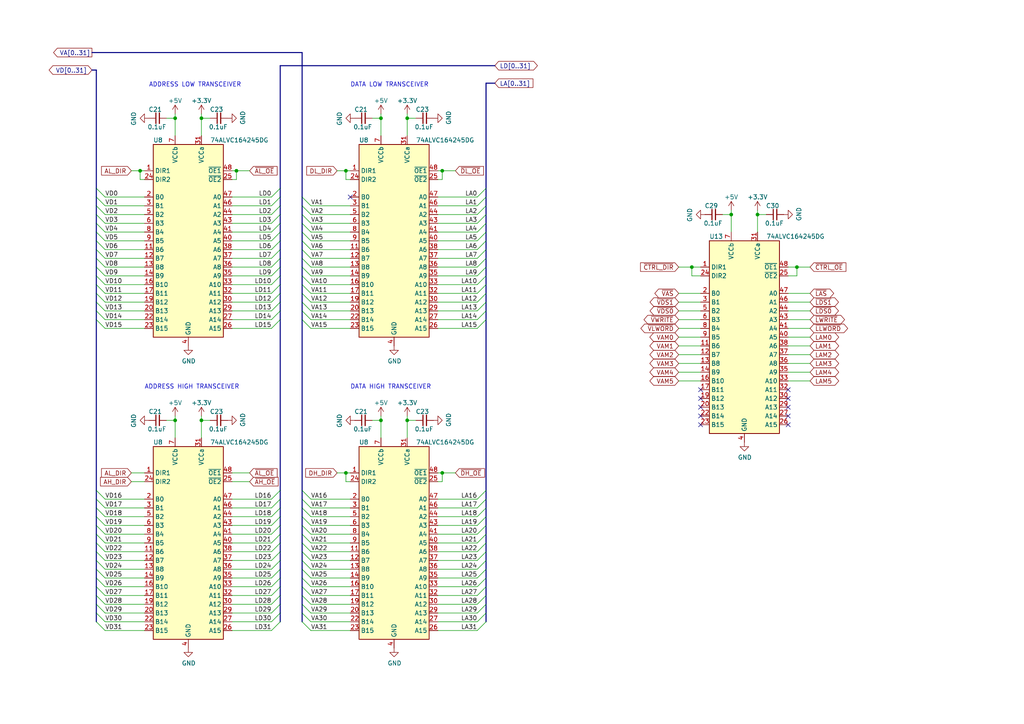
<source format=kicad_sch>
(kicad_sch (version 20230121) (generator eeschema)
  (paper "A4")
  (title_block (title "BigBoy") (rev "1"))
  (junction (at 50.8 34.29))
  (junction (at 58.42 121.92))
  (junction (at 118.11 121.92))
  (junction (at 231.14 77.47))
  (junction (at 110.49 121.92))
  (junction (at 128.27 137.16))
  (junction (at 100.33 49.53))
  (junction (at 128.27 49.53))
  (junction (at 68.58 49.53))
  (junction (at 58.42 34.29))
  (junction (at 110.49 34.29))
  (junction (at 50.8 121.92))
  (junction (at 212.09 62.23))
  (junction (at 100.33 137.16))
  (junction (at 219.71 62.23))
  (junction (at 200.66 77.47))
  (junction (at 118.11 34.29))
  (junction (at 40.64 49.53))
  (no_connect (at 228.6 118.11))
  (no_connect (at 203.2 115.57))
  (no_connect (at 203.2 123.19))
  (no_connect (at 228.6 115.57))
  (no_connect (at 101.6 57.15))
  (no_connect (at 203.2 113.03))
  (no_connect (at 203.2 118.11))
  (no_connect (at 203.2 120.65))
  (no_connect (at 228.6 123.19))
  (no_connect (at 228.6 120.65))
  (no_connect (at 228.6 113.03))
  (bus_entry (at 30.48 72.39) (size -2.54 -2.54))
  (bus_entry (at 90.17 95.25) (size -2.54 -2.54))
  (bus_entry (at 138.43 160.02) (size 2.54 -2.54))
  (bus_entry (at 78.74 175.26) (size 2.54 -2.54))
  (bus_entry (at 78.74 77.47) (size 2.54 -2.54))
  (bus_entry (at 30.48 77.47) (size -2.54 -2.54))
  (bus_entry (at 138.43 82.55) (size 2.54 -2.54))
  (bus_entry (at 78.74 149.86) (size 2.54 -2.54))
  (bus_entry (at 30.48 67.31) (size -2.54 -2.54))
  (bus_entry (at 78.74 177.8) (size 2.54 -2.54))
  (bus_entry (at 78.74 160.02) (size 2.54 -2.54))
  (bus_entry (at 30.48 87.63) (size -2.54 -2.54))
  (bus_entry (at 90.17 62.23) (size -2.54 -2.54))
  (bus_entry (at 78.74 67.31) (size 2.54 -2.54))
  (bus_entry (at 30.48 80.01) (size -2.54 -2.54))
  (bus_entry (at 90.17 167.64) (size -2.54 -2.54))
  (bus_entry (at 78.74 64.77) (size 2.54 -2.54))
  (bus_entry (at 138.43 162.56) (size 2.54 -2.54))
  (bus_entry (at 138.43 154.94) (size 2.54 -2.54))
  (bus_entry (at 90.17 157.48) (size -2.54 -2.54))
  (bus_entry (at 138.43 80.01) (size 2.54 -2.54))
  (bus_entry (at 30.48 62.23) (size -2.54 -2.54))
  (bus_entry (at 138.43 87.63) (size 2.54 -2.54))
  (bus_entry (at 90.17 172.72) (size -2.54 -2.54))
  (bus_entry (at 138.43 182.88) (size 2.54 -2.54))
  (bus_entry (at 30.48 172.72) (size -2.54 -2.54))
  (bus_entry (at 138.43 170.18) (size 2.54 -2.54))
  (bus_entry (at 90.17 152.4) (size -2.54 -2.54))
  (bus_entry (at 78.74 90.17) (size 2.54 -2.54))
  (bus_entry (at 90.17 170.18) (size -2.54 -2.54))
  (bus_entry (at 30.48 149.86) (size -2.54 -2.54))
  (bus_entry (at 90.17 59.69) (size -2.54 -2.54))
  (bus_entry (at 30.48 162.56) (size -2.54 -2.54))
  (bus_entry (at 30.48 177.8) (size -2.54 -2.54))
  (bus_entry (at 78.74 144.78) (size 2.54 -2.54))
  (bus_entry (at 78.74 72.39) (size 2.54 -2.54))
  (bus_entry (at 90.17 149.86) (size -2.54 -2.54))
  (bus_entry (at 138.43 62.23) (size 2.54 -2.54))
  (bus_entry (at 30.48 95.25) (size -2.54 -2.54))
  (bus_entry (at 90.17 64.77) (size -2.54 -2.54))
  (bus_entry (at 90.17 175.26) (size -2.54 -2.54))
  (bus_entry (at 138.43 85.09) (size 2.54 -2.54))
  (bus_entry (at 138.43 64.77) (size 2.54 -2.54))
  (bus_entry (at 90.17 77.47) (size -2.54 -2.54))
  (bus_entry (at 30.48 154.94) (size -2.54 -2.54))
  (bus_entry (at 90.17 69.85) (size -2.54 -2.54))
  (bus_entry (at 138.43 92.71) (size 2.54 -2.54))
  (bus_entry (at 78.74 87.63) (size 2.54 -2.54))
  (bus_entry (at 90.17 177.8) (size -2.54 -2.54))
  (bus_entry (at 90.17 74.93) (size -2.54 -2.54))
  (bus_entry (at 78.74 57.15) (size 2.54 -2.54))
  (bus_entry (at 78.74 80.01) (size 2.54 -2.54))
  (bus_entry (at 30.48 182.88) (size -2.54 -2.54))
  (bus_entry (at 78.74 167.64) (size 2.54 -2.54))
  (bus_entry (at 30.48 180.34) (size -2.54 -2.54))
  (bus_entry (at 138.43 95.25) (size 2.54 -2.54))
  (bus_entry (at 30.48 82.55) (size -2.54 -2.54))
  (bus_entry (at 30.48 69.85) (size -2.54 -2.54))
  (bus_entry (at 78.74 82.55) (size 2.54 -2.54))
  (bus_entry (at 90.17 147.32) (size -2.54 -2.54))
  (bus_entry (at 138.43 59.69) (size 2.54 -2.54))
  (bus_entry (at 90.17 160.02) (size -2.54 -2.54))
  (bus_entry (at 90.17 182.88) (size -2.54 -2.54))
  (bus_entry (at 138.43 74.93) (size 2.54 -2.54))
  (bus_entry (at 78.74 180.34) (size 2.54 -2.54))
  (bus_entry (at 30.48 90.17) (size -2.54 -2.54))
  (bus_entry (at 30.48 170.18) (size -2.54 -2.54))
  (bus_entry (at 138.43 69.85) (size 2.54 -2.54))
  (bus_entry (at 30.48 167.64) (size -2.54 -2.54))
  (bus_entry (at 78.74 172.72) (size 2.54 -2.54))
  (bus_entry (at 30.48 85.09) (size -2.54 -2.54))
  (bus_entry (at 138.43 172.72) (size 2.54 -2.54))
  (bus_entry (at 138.43 177.8) (size 2.54 -2.54))
  (bus_entry (at 138.43 147.32) (size 2.54 -2.54))
  (bus_entry (at 90.17 85.09) (size -2.54 -2.54))
  (bus_entry (at 30.48 165.1) (size -2.54 -2.54))
  (bus_entry (at 90.17 180.34) (size -2.54 -2.54))
  (bus_entry (at 30.48 152.4) (size -2.54 -2.54))
  (bus_entry (at 30.48 74.93) (size -2.54 -2.54))
  (bus_entry (at 138.43 167.64) (size 2.54 -2.54))
  (bus_entry (at 30.48 157.48) (size -2.54 -2.54))
  (bus_entry (at 30.48 59.69) (size -2.54 -2.54))
  (bus_entry (at 138.43 180.34) (size 2.54 -2.54))
  (bus_entry (at 78.74 69.85) (size 2.54 -2.54))
  (bus_entry (at 78.74 85.09) (size 2.54 -2.54))
  (bus_entry (at 90.17 154.94) (size -2.54 -2.54))
  (bus_entry (at 78.74 74.93) (size 2.54 -2.54))
  (bus_entry (at 78.74 147.32) (size 2.54 -2.54))
  (bus_entry (at 138.43 72.39) (size 2.54 -2.54))
  (bus_entry (at 138.43 149.86) (size 2.54 -2.54))
  (bus_entry (at 138.43 152.4) (size 2.54 -2.54))
  (bus_entry (at 30.48 144.78) (size -2.54 -2.54))
  (bus_entry (at 90.17 87.63) (size -2.54 -2.54))
  (bus_entry (at 78.74 92.71) (size 2.54 -2.54))
  (bus_entry (at 138.43 90.17) (size 2.54 -2.54))
  (bus_entry (at 138.43 67.31) (size 2.54 -2.54))
  (bus_entry (at 138.43 57.15) (size 2.54 -2.54))
  (bus_entry (at 138.43 165.1) (size 2.54 -2.54))
  (bus_entry (at 30.48 57.15) (size -2.54 -2.54))
  (bus_entry (at 90.17 144.78) (size -2.54 -2.54))
  (bus_entry (at 78.74 170.18) (size 2.54 -2.54))
  (bus_entry (at 78.74 182.88) (size 2.54 -2.54))
  (bus_entry (at 78.74 162.56) (size 2.54 -2.54))
  (bus_entry (at 90.17 92.71) (size -2.54 -2.54))
  (bus_entry (at 78.74 154.94) (size 2.54 -2.54))
  (bus_entry (at 78.74 165.1) (size 2.54 -2.54))
  (bus_entry (at 90.17 90.17) (size -2.54 -2.54))
  (bus_entry (at 30.48 147.32) (size -2.54 -2.54))
  (bus_entry (at 78.74 62.23) (size 2.54 -2.54))
  (bus_entry (at 138.43 175.26) (size 2.54 -2.54))
  (bus_entry (at 78.74 59.69) (size 2.54 -2.54))
  (bus_entry (at 90.17 165.1) (size -2.54 -2.54))
  (bus_entry (at 78.74 157.48) (size 2.54 -2.54))
  (bus_entry (at 30.48 175.26) (size -2.54 -2.54))
  (bus_entry (at 90.17 162.56) (size -2.54 -2.54))
  (bus_entry (at 78.74 95.25) (size 2.54 -2.54))
  (bus_entry (at 30.48 160.02) (size -2.54 -2.54))
  (bus_entry (at 90.17 80.01) (size -2.54 -2.54))
  (bus_entry (at 30.48 64.77) (size -2.54 -2.54))
  (bus_entry (at 138.43 144.78) (size 2.54 -2.54))
  (bus_entry (at 90.17 72.39) (size -2.54 -2.54))
  (bus_entry (at 138.43 157.48) (size 2.54 -2.54))
  (bus_entry (at 78.74 152.4) (size 2.54 -2.54))
  (bus_entry (at 90.17 67.31) (size -2.54 -2.54))
  (bus_entry (at 30.48 92.71) (size -2.54 -2.54))
  (bus_entry (at 138.43 77.47) (size 2.54 -2.54))
  (bus_entry (at 90.17 82.55) (size -2.54 -2.54))
  (bus (pts (xy 140.97 175.26) (xy 140.97 177.8)))
  (wire (pts (xy 127 157.48) (xy 138.43 157.48)))
  (bus (pts (xy 81.28 64.77) (xy 81.28 67.31)))
  (bus (pts (xy 81.28 152.4) (xy 81.28 154.94)))
  (wire (pts (xy 228.6 85.09) (xy 234.95 85.09)))
  (bus (pts (xy 140.97 172.72) (xy 140.97 175.26)))
  (bus (pts (xy 27.94 77.47) (xy 27.94 80.01)))
  (wire (pts (xy 200.66 80.01) (xy 203.2 80.01)))
  (bus (pts (xy 87.63 172.72) (xy 87.63 175.26)))
  (wire (pts (xy 196.85 107.95) (xy 203.2 107.95)))
  (bus (pts (xy 27.94 165.1) (xy 27.94 167.64)))
  (wire (pts (xy 107.95 121.92) (xy 110.49 121.92)))
  (wire (pts (xy 101.6 52.07) (xy 100.33 52.07)))
  (wire (pts (xy 100.33 49.53) (xy 101.6 49.53)))
  (bus (pts (xy 81.28 77.47) (xy 81.28 80.01)))
  (bus (pts (xy 81.28 172.72) (xy 81.28 175.26)))
  (wire (pts (xy 67.31 177.8) (xy 78.74 177.8)))
  (wire (pts (xy 41.91 175.26) (xy 30.48 175.26)))
  (wire (pts (xy 101.6 180.34) (xy 90.17 180.34)))
  (bus (pts (xy 140.97 24.13) (xy 143.51 24.13)))
  (wire (pts (xy 101.6 72.39) (xy 90.17 72.39)))
  (wire (pts (xy 100.33 139.7) (xy 100.33 137.16)))
  (wire (pts (xy 90.17 172.72) (xy 101.6 172.72)))
  (wire (pts (xy 228.6 90.17) (xy 234.95 90.17)))
  (wire (pts (xy 78.74 165.1) (xy 67.31 165.1)))
  (wire (pts (xy 127 180.34) (xy 138.43 180.34)))
  (wire (pts (xy 127 74.93) (xy 138.43 74.93)))
  (wire (pts (xy 50.8 121.92) (xy 50.8 127)))
  (wire (pts (xy 41.91 149.86) (xy 30.48 149.86)))
  (wire (pts (xy 30.48 172.72) (xy 41.91 172.72)))
  (wire (pts (xy 50.8 120.65) (xy 50.8 121.92)))
  (wire (pts (xy 196.85 90.17) (xy 203.2 90.17)))
  (wire (pts (xy 90.17 64.77) (xy 101.6 64.77)))
  (wire (pts (xy 30.48 85.09) (xy 41.91 85.09)))
  (bus (pts (xy 27.94 157.48) (xy 27.94 160.02)))
  (bus (pts (xy 81.28 165.1) (xy 81.28 167.64)))
  (bus (pts (xy 81.28 57.15) (xy 81.28 59.69)))
  (bus (pts (xy 81.28 92.71) (xy 81.28 142.24)))
  (bus (pts (xy 87.63 62.23) (xy 87.63 64.77)))
  (wire (pts (xy 67.31 49.53) (xy 68.58 49.53)))
  (wire (pts (xy 100.33 52.07) (xy 100.33 49.53)))
  (wire (pts (xy 41.91 67.31) (xy 30.48 67.31)))
  (wire (pts (xy 228.6 97.79) (xy 234.95 97.79)))
  (wire (pts (xy 101.6 162.56) (xy 90.17 162.56)))
  (wire (pts (xy 228.6 92.71) (xy 234.95 92.71)))
  (wire (pts (xy 41.91 62.23) (xy 30.48 62.23)))
  (bus (pts (xy 140.97 54.61) (xy 140.97 57.15)))
  (wire (pts (xy 212.09 60.96) (xy 212.09 62.23)))
  (wire (pts (xy 127 87.63) (xy 138.43 87.63)))
  (wire (pts (xy 101.6 74.93) (xy 90.17 74.93)))
  (bus (pts (xy 87.63 177.8) (xy 87.63 180.34)))
  (wire (pts (xy 110.49 121.92) (xy 110.49 127)))
  (wire (pts (xy 68.58 52.07) (xy 68.58 49.53)))
  (wire (pts (xy 110.49 34.29) (xy 110.49 39.37)))
  (bus (pts (xy 81.28 154.94) (xy 81.28 157.48)))
  (wire (pts (xy 41.91 182.88) (xy 30.48 182.88)))
  (wire (pts (xy 90.17 165.1) (xy 101.6 165.1)))
  (wire (pts (xy 118.11 121.92) (xy 120.65 121.92)))
  (bus (pts (xy 140.97 57.15) (xy 140.97 59.69)))
  (wire (pts (xy 101.6 177.8) (xy 90.17 177.8)))
  (bus (pts (xy 140.97 62.23) (xy 140.97 64.77)))
  (bus (pts (xy 140.97 170.18) (xy 140.97 172.72)))
  (bus (pts (xy 87.63 162.56) (xy 87.63 165.1)))
  (bus (pts (xy 81.28 69.85) (xy 81.28 72.39)))
  (wire (pts (xy 41.91 69.85) (xy 30.48 69.85)))
  (wire (pts (xy 228.6 105.41) (xy 234.95 105.41)))
  (wire (pts (xy 138.43 144.78) (xy 127 144.78)))
  (bus (pts (xy 140.97 82.55) (xy 140.97 85.09)))
  (wire (pts (xy 48.26 34.29) (xy 50.8 34.29)))
  (bus (pts (xy 87.63 160.02) (xy 87.63 162.56)))
  (wire (pts (xy 41.91 59.69) (xy 30.48 59.69)))
  (bus (pts (xy 140.97 77.47) (xy 140.97 80.01)))
  (bus (pts (xy 26.67 15.24) (xy 87.63 15.24)))
  (wire (pts (xy 41.91 167.64) (xy 30.48 167.64)))
  (wire (pts (xy 101.6 87.63) (xy 90.17 87.63)))
  (bus (pts (xy 140.97 167.64) (xy 140.97 170.18)))
  (wire (pts (xy 101.6 59.69) (xy 90.17 59.69)))
  (bus (pts (xy 27.94 64.77) (xy 27.94 67.31)))
  (wire (pts (xy 90.17 144.78) (xy 101.6 144.78)))
  (wire (pts (xy 127 72.39) (xy 138.43 72.39)))
  (bus (pts (xy 27.94 149.86) (xy 27.94 152.4)))
  (wire (pts (xy 50.8 34.29) (xy 50.8 39.37)))
  (bus (pts (xy 27.94 59.69) (xy 27.94 62.23)))
  (bus (pts (xy 87.63 67.31) (xy 87.63 69.85)))
  (bus (pts (xy 87.63 77.47) (xy 87.63 80.01)))
  (wire (pts (xy 67.31 80.01) (xy 78.74 80.01)))
  (bus (pts (xy 81.28 90.17) (xy 81.28 92.71)))
  (wire (pts (xy 38.1 49.53) (xy 40.64 49.53)))
  (bus (pts (xy 140.97 165.1) (xy 140.97 167.64)))
  (bus (pts (xy 87.63 72.39) (xy 87.63 74.93)))
  (bus (pts (xy 27.94 92.71) (xy 27.94 142.24)))
  (wire (pts (xy 101.6 182.88) (xy 90.17 182.88)))
  (bus (pts (xy 140.97 157.48) (xy 140.97 160.02)))
  (bus (pts (xy 81.28 170.18) (xy 81.28 172.72)))
  (bus (pts (xy 87.63 15.24) (xy 87.63 57.15)))
  (wire (pts (xy 228.6 77.47) (xy 231.14 77.47)))
  (wire (pts (xy 127 67.31) (xy 138.43 67.31)))
  (wire (pts (xy 118.11 33.02) (xy 118.11 34.29)))
  (bus (pts (xy 27.94 177.8) (xy 27.94 180.34)))
  (wire (pts (xy 67.31 137.16) (xy 72.39 137.16)))
  (wire (pts (xy 127 170.18) (xy 138.43 170.18)))
  (wire (pts (xy 67.31 92.71) (xy 78.74 92.71)))
  (wire (pts (xy 67.31 180.34) (xy 78.74 180.34)))
  (wire (pts (xy 231.14 77.47) (xy 234.95 77.47)))
  (bus (pts (xy 27.94 167.64) (xy 27.94 170.18)))
  (wire (pts (xy 67.31 59.69) (xy 78.74 59.69)))
  (bus (pts (xy 140.97 85.09) (xy 140.97 87.63)))
  (wire (pts (xy 101.6 147.32) (xy 90.17 147.32)))
  (wire (pts (xy 118.11 34.29) (xy 118.11 39.37)))
  (wire (pts (xy 101.6 92.71) (xy 90.17 92.71)))
  (wire (pts (xy 196.85 87.63) (xy 203.2 87.63)))
  (bus (pts (xy 87.63 90.17) (xy 87.63 92.71)))
  (wire (pts (xy 231.14 80.01) (xy 231.14 77.47)))
  (bus (pts (xy 81.28 175.26) (xy 81.28 177.8)))
  (bus (pts (xy 87.63 165.1) (xy 87.63 167.64)))
  (bus (pts (xy 140.97 92.71) (xy 140.97 142.24)))
  (bus (pts (xy 87.63 157.48) (xy 87.63 160.02)))
  (bus (pts (xy 87.63 57.15) (xy 87.63 59.69)))
  (wire (pts (xy 196.85 97.79) (xy 203.2 97.79)))
  (bus (pts (xy 27.94 160.02) (xy 27.94 162.56)))
  (wire (pts (xy 50.8 33.02) (xy 50.8 34.29)))
  (wire (pts (xy 30.48 165.1) (xy 41.91 165.1)))
  (wire (pts (xy 30.48 57.15) (xy 41.91 57.15)))
  (bus (pts (xy 27.94 82.55) (xy 27.94 85.09)))
  (wire (pts (xy 90.17 85.09) (xy 101.6 85.09)))
  (wire (pts (xy 101.6 149.86) (xy 90.17 149.86)))
  (wire (pts (xy 118.11 120.65) (xy 118.11 121.92)))
  (wire (pts (xy 68.58 49.53) (xy 72.39 49.53)))
  (wire (pts (xy 67.31 167.64) (xy 78.74 167.64)))
  (wire (pts (xy 127 175.26) (xy 138.43 175.26)))
  (bus (pts (xy 140.97 162.56) (xy 140.97 165.1)))
  (wire (pts (xy 58.42 34.29) (xy 58.42 39.37)))
  (wire (pts (xy 41.91 180.34) (xy 30.48 180.34)))
  (wire (pts (xy 41.91 154.94) (xy 30.48 154.94)))
  (bus (pts (xy 27.94 147.32) (xy 27.94 149.86)))
  (wire (pts (xy 127 80.01) (xy 138.43 80.01)))
  (wire (pts (xy 196.85 102.87) (xy 203.2 102.87)))
  (bus (pts (xy 27.94 74.93) (xy 27.94 77.47)))
  (bus (pts (xy 140.97 147.32) (xy 140.97 149.86)))
  (bus (pts (xy 27.94 162.56) (xy 27.94 165.1)))
  (bus (pts (xy 87.63 59.69) (xy 87.63 62.23)))
  (bus (pts (xy 81.28 144.78) (xy 81.28 147.32)))
  (bus (pts (xy 87.63 64.77) (xy 87.63 67.31)))
  (wire (pts (xy 127 162.56) (xy 138.43 162.56)))
  (bus (pts (xy 81.28 142.24) (xy 81.28 144.78)))
  (wire (pts (xy 67.31 160.02) (xy 78.74 160.02)))
  (wire (pts (xy 127 90.17) (xy 138.43 90.17)))
  (wire (pts (xy 30.48 144.78) (xy 41.91 144.78)))
  (bus (pts (xy 81.28 162.56) (xy 81.28 165.1)))
  (wire (pts (xy 90.17 152.4) (xy 101.6 152.4)))
  (bus (pts (xy 81.28 54.61) (xy 81.28 19.05)))
  (wire (pts (xy 78.74 57.15) (xy 67.31 57.15)))
  (bus (pts (xy 87.63 152.4) (xy 87.63 154.94)))
  (wire (pts (xy 228.6 110.49) (xy 234.95 110.49)))
  (wire (pts (xy 97.79 137.16) (xy 100.33 137.16)))
  (wire (pts (xy 58.42 33.02) (xy 58.42 34.29)))
  (wire (pts (xy 41.91 160.02) (xy 30.48 160.02)))
  (wire (pts (xy 138.43 165.1) (xy 127 165.1)))
  (wire (pts (xy 138.43 77.47) (xy 127 77.47)))
  (bus (pts (xy 87.63 170.18) (xy 87.63 172.72)))
  (bus (pts (xy 81.28 72.39) (xy 81.28 74.93)))
  (wire (pts (xy 196.85 77.47) (xy 200.66 77.47)))
  (wire (pts (xy 41.91 52.07) (xy 40.64 52.07)))
  (wire (pts (xy 101.6 95.25) (xy 90.17 95.25)))
  (wire (pts (xy 101.6 69.85) (xy 90.17 69.85)))
  (wire (pts (xy 67.31 95.25) (xy 78.74 95.25)))
  (bus (pts (xy 87.63 154.94) (xy 87.63 157.48)))
  (bus (pts (xy 81.28 59.69) (xy 81.28 62.23)))
  (wire (pts (xy 67.31 154.94) (xy 78.74 154.94)))
  (wire (pts (xy 67.31 72.39) (xy 78.74 72.39)))
  (wire (pts (xy 67.31 90.17) (xy 78.74 90.17)))
  (bus (pts (xy 27.94 87.63) (xy 27.94 90.17)))
  (wire (pts (xy 58.42 121.92) (xy 58.42 127)))
  (wire (pts (xy 219.71 62.23) (xy 222.25 62.23)))
  (wire (pts (xy 101.6 157.48) (xy 90.17 157.48)))
  (wire (pts (xy 67.31 182.88) (xy 78.74 182.88)))
  (wire (pts (xy 67.31 87.63) (xy 78.74 87.63)))
  (bus (pts (xy 140.97 59.69) (xy 140.97 62.23)))
  (wire (pts (xy 78.74 64.77) (xy 67.31 64.77)))
  (wire (pts (xy 67.31 170.18) (xy 78.74 170.18)))
  (bus (pts (xy 87.63 142.24) (xy 87.63 144.78)))
  (bus (pts (xy 81.28 82.55) (xy 81.28 85.09)))
  (bus (pts (xy 140.97 72.39) (xy 140.97 74.93)))
  (wire (pts (xy 41.91 80.01) (xy 30.48 80.01)))
  (bus (pts (xy 140.97 152.4) (xy 140.97 154.94)))
  (wire (pts (xy 228.6 87.63) (xy 234.95 87.63)))
  (wire (pts (xy 127 167.64) (xy 138.43 167.64)))
  (bus (pts (xy 87.63 175.26) (xy 87.63 177.8)))
  (wire (pts (xy 196.85 92.71) (xy 203.2 92.71)))
  (bus (pts (xy 81.28 149.86) (xy 81.28 152.4)))
  (wire (pts (xy 67.31 139.7) (xy 72.39 139.7)))
  (bus (pts (xy 81.28 85.09) (xy 81.28 87.63)))
  (wire (pts (xy 38.1 137.16) (xy 41.91 137.16)))
  (wire (pts (xy 200.66 77.47) (xy 200.66 80.01)))
  (wire (pts (xy 101.6 154.94) (xy 90.17 154.94)))
  (wire (pts (xy 138.43 64.77) (xy 127 64.77)))
  (wire (pts (xy 127 49.53) (xy 128.27 49.53)))
  (bus (pts (xy 27.94 57.15) (xy 27.94 59.69)))
  (wire (pts (xy 196.85 110.49) (xy 203.2 110.49)))
  (bus (pts (xy 81.28 54.61) (xy 81.28 57.15)))
  (bus (pts (xy 27.94 142.24) (xy 27.94 144.78)))
  (bus (pts (xy 27.94 80.01) (xy 27.94 82.55)))
  (wire (pts (xy 101.6 62.23) (xy 90.17 62.23)))
  (wire (pts (xy 67.31 162.56) (xy 78.74 162.56)))
  (bus (pts (xy 87.63 144.78) (xy 87.63 147.32)))
  (wire (pts (xy 101.6 175.26) (xy 90.17 175.26)))
  (wire (pts (xy 41.91 177.8) (xy 30.48 177.8)))
  (bus (pts (xy 140.97 80.01) (xy 140.97 82.55)))
  (wire (pts (xy 196.85 95.25) (xy 203.2 95.25)))
  (wire (pts (xy 41.91 90.17) (xy 30.48 90.17)))
  (bus (pts (xy 27.94 154.94) (xy 27.94 157.48)))
  (bus (pts (xy 27.94 172.72) (xy 27.94 175.26)))
  (wire (pts (xy 127 177.8) (xy 138.43 177.8)))
  (wire (pts (xy 127 59.69) (xy 138.43 59.69)))
  (wire (pts (xy 41.91 95.25) (xy 30.48 95.25)))
  (wire (pts (xy 90.17 77.47) (xy 101.6 77.47)))
  (wire (pts (xy 228.6 102.87) (xy 234.95 102.87)))
  (wire (pts (xy 110.49 120.65) (xy 110.49 121.92)))
  (bus (pts (xy 27.94 175.26) (xy 27.94 177.8)))
  (wire (pts (xy 78.74 152.4) (xy 67.31 152.4)))
  (wire (pts (xy 30.48 152.4) (xy 41.91 152.4)))
  (wire (pts (xy 212.09 62.23) (xy 212.09 67.31)))
  (bus (pts (xy 81.28 147.32) (xy 81.28 149.86)))
  (bus (pts (xy 87.63 82.55) (xy 87.63 85.09)))
  (wire (pts (xy 101.6 160.02) (xy 90.17 160.02)))
  (wire (pts (xy 127 139.7) (xy 128.27 139.7)))
  (wire (pts (xy 100.33 137.16) (xy 101.6 137.16)))
  (bus (pts (xy 81.28 62.23) (xy 81.28 64.77)))
  (bus (pts (xy 140.97 177.8) (xy 140.97 180.34)))
  (wire (pts (xy 101.6 80.01) (xy 90.17 80.01)))
  (bus (pts (xy 81.28 157.48) (xy 81.28 160.02)))
  (wire (pts (xy 127 92.71) (xy 138.43 92.71)))
  (wire (pts (xy 127 52.07) (xy 128.27 52.07)))
  (wire (pts (xy 58.42 121.92) (xy 60.96 121.92)))
  (wire (pts (xy 228.6 80.01) (xy 231.14 80.01)))
  (bus (pts (xy 27.94 85.09) (xy 27.94 87.63)))
  (wire (pts (xy 127 149.86) (xy 138.43 149.86)))
  (bus (pts (xy 140.97 54.61) (xy 140.97 24.13)))
  (wire (pts (xy 138.43 85.09) (xy 127 85.09)))
  (wire (pts (xy 67.31 147.32) (xy 78.74 147.32)))
  (wire (pts (xy 101.6 170.18) (xy 90.17 170.18)))
  (wire (pts (xy 48.26 121.92) (xy 50.8 121.92)))
  (wire (pts (xy 58.42 120.65) (xy 58.42 121.92)))
  (wire (pts (xy 138.43 57.15) (xy 127 57.15)))
  (bus (pts (xy 87.63 87.63) (xy 87.63 90.17)))
  (bus (pts (xy 27.94 69.85) (xy 27.94 72.39)))
  (wire (pts (xy 228.6 95.25) (xy 234.95 95.25)))
  (wire (pts (xy 228.6 100.33) (xy 234.95 100.33)))
  (wire (pts (xy 67.31 52.07) (xy 68.58 52.07)))
  (wire (pts (xy 41.91 170.18) (xy 30.48 170.18)))
  (wire (pts (xy 128.27 139.7) (xy 128.27 137.16)))
  (wire (pts (xy 41.91 74.93) (xy 30.48 74.93)))
  (wire (pts (xy 101.6 139.7) (xy 100.33 139.7)))
  (wire (pts (xy 78.74 77.47) (xy 67.31 77.47)))
  (wire (pts (xy 67.31 149.86) (xy 78.74 149.86)))
  (bus (pts (xy 26.67 20.32) (xy 27.94 20.32)))
  (bus (pts (xy 27.94 170.18) (xy 27.94 172.72)))
  (wire (pts (xy 38.1 139.7) (xy 41.91 139.7)))
  (wire (pts (xy 41.91 157.48) (xy 30.48 157.48)))
  (wire (pts (xy 41.91 72.39) (xy 30.48 72.39)))
  (wire (pts (xy 127 137.16) (xy 128.27 137.16)))
  (wire (pts (xy 127 62.23) (xy 138.43 62.23)))
  (bus (pts (xy 27.94 67.31) (xy 27.94 69.85)))
  (bus (pts (xy 140.97 160.02) (xy 140.97 162.56)))
  (wire (pts (xy 127 147.32) (xy 138.43 147.32)))
  (bus (pts (xy 140.97 87.63) (xy 140.97 90.17)))
  (bus (pts (xy 81.28 67.31) (xy 81.28 69.85)))
  (wire (pts (xy 228.6 107.95) (xy 234.95 107.95)))
  (wire (pts (xy 67.31 67.31) (xy 78.74 67.31)))
  (bus (pts (xy 81.28 80.01) (xy 81.28 82.55)))
  (wire (pts (xy 41.91 82.55) (xy 30.48 82.55)))
  (bus (pts (xy 27.94 20.32) (xy 27.94 54.61)))
  (bus (pts (xy 87.63 167.64) (xy 87.63 170.18)))
  (wire (pts (xy 219.71 60.96) (xy 219.71 62.23)))
  (bus (pts (xy 81.28 160.02) (xy 81.28 162.56)))
  (wire (pts (xy 67.31 157.48) (xy 78.74 157.48)))
  (bus (pts (xy 81.28 177.8) (xy 81.28 180.34)))
  (wire (pts (xy 127 69.85) (xy 138.43 69.85)))
  (bus (pts (xy 140.97 154.94) (xy 140.97 157.48)))
  (wire (pts (xy 41.91 162.56) (xy 30.48 162.56)))
  (wire (pts (xy 118.11 34.29) (xy 120.65 34.29)))
  (wire (pts (xy 67.31 175.26) (xy 78.74 175.26)))
  (wire (pts (xy 118.11 121.92) (xy 118.11 127)))
  (bus (pts (xy 140.97 74.93) (xy 140.97 77.47)))
  (wire (pts (xy 30.48 77.47) (xy 41.91 77.47)))
  (bus (pts (xy 87.63 74.93) (xy 87.63 77.47)))
  (wire (pts (xy 101.6 167.64) (xy 90.17 167.64)))
  (wire (pts (xy 127 82.55) (xy 138.43 82.55)))
  (wire (pts (xy 40.64 49.53) (xy 41.91 49.53)))
  (wire (pts (xy 196.85 85.09) (xy 203.2 85.09)))
  (wire (pts (xy 127 160.02) (xy 138.43 160.02)))
  (wire (pts (xy 78.74 172.72) (xy 67.31 172.72)))
  (wire (pts (xy 110.49 33.02) (xy 110.49 34.29)))
  (wire (pts (xy 138.43 152.4) (xy 127 152.4)))
  (bus (pts (xy 27.94 62.23) (xy 27.94 64.77)))
  (wire (pts (xy 138.43 172.72) (xy 127 172.72)))
  (bus (pts (xy 140.97 64.77) (xy 140.97 67.31)))
  (wire (pts (xy 196.85 100.33) (xy 203.2 100.33)))
  (bus (pts (xy 140.97 144.78) (xy 140.97 147.32)))
  (wire (pts (xy 78.74 144.78) (xy 67.31 144.78)))
  (bus (pts (xy 87.63 147.32) (xy 87.63 149.86)))
  (wire (pts (xy 97.79 49.53) (xy 100.33 49.53)))
  (wire (pts (xy 67.31 74.93) (xy 78.74 74.93)))
  (bus (pts (xy 27.94 144.78) (xy 27.94 147.32)))
  (bus (pts (xy 140.97 149.86) (xy 140.97 152.4)))
  (bus (pts (xy 140.97 67.31) (xy 140.97 69.85)))
  (wire (pts (xy 128.27 137.16) (xy 132.08 137.16)))
  (bus (pts (xy 27.94 90.17) (xy 27.94 92.71)))
  (wire (pts (xy 41.91 92.71) (xy 30.48 92.71)))
  (bus (pts (xy 81.28 87.63) (xy 81.28 90.17)))
  (wire (pts (xy 128.27 52.07) (xy 128.27 49.53)))
  (wire (pts (xy 128.27 49.53) (xy 132.08 49.53)))
  (wire (pts (xy 67.31 69.85) (xy 78.74 69.85)))
  (bus (pts (xy 27.94 54.61) (xy 27.94 57.15)))
  (wire (pts (xy 219.71 62.23) (xy 219.71 67.31)))
  (wire (pts (xy 127 95.25) (xy 138.43 95.25)))
  (wire (pts (xy 209.55 62.23) (xy 212.09 62.23)))
  (wire (pts (xy 101.6 82.55) (xy 90.17 82.55)))
  (wire (pts (xy 200.66 77.47) (xy 203.2 77.47)))
  (bus (pts (xy 87.63 69.85) (xy 87.63 72.39)))
  (wire (pts (xy 127 154.94) (xy 138.43 154.94)))
  (bus (pts (xy 87.63 92.71) (xy 87.63 142.24)))
  (bus (pts (xy 81.28 167.64) (xy 81.28 170.18)))
  (bus (pts (xy 81.28 74.93) (xy 81.28 77.47)))
  (bus (pts (xy 87.63 80.01) (xy 87.63 82.55)))
  (wire (pts (xy 41.91 87.63) (xy 30.48 87.63)))
  (bus (pts (xy 87.63 149.86) (xy 87.63 152.4)))
  (bus (pts (xy 27.94 72.39) (xy 27.94 74.93)))
  (wire (pts (xy 58.42 34.29) (xy 60.96 34.29)))
  (wire (pts (xy 67.31 62.23) (xy 78.74 62.23)))
  (bus (pts (xy 27.94 152.4) (xy 27.94 154.94)))
  (wire (pts (xy 78.74 85.09) (xy 67.31 85.09)))
  (bus (pts (xy 140.97 69.85) (xy 140.97 72.39)))
  (wire (pts (xy 101.6 67.31) (xy 90.17 67.31)))
  (bus (pts (xy 81.28 19.05) (xy 143.51 19.05)))
  (wire (pts (xy 30.48 64.77) (xy 41.91 64.77)))
  (wire (pts (xy 196.85 105.41) (xy 203.2 105.41)))
  (bus (pts (xy 87.63 85.09) (xy 87.63 87.63)))
  (wire (pts (xy 67.31 82.55) (xy 78.74 82.55)))
  (wire (pts (xy 107.95 34.29) (xy 110.49 34.29)))
  (bus (pts (xy 140.97 90.17) (xy 140.97 92.71)))
  (wire (pts (xy 40.64 52.07) (xy 40.64 49.53)))
  (wire (pts (xy 127 182.88) (xy 138.43 182.88)))
  (wire (pts (xy 41.91 147.32) (xy 30.48 147.32)))
  (wire (pts (xy 101.6 90.17) (xy 90.17 90.17)))
  (bus (pts (xy 140.97 142.24) (xy 140.97 144.78)))
  (text "ADDRESS HIGH TRANSCEIVER\n" (at 41.91 113.03 0) (effects (font (size 1.27 1.27)) (justify left bottom)))
  (text "ADDRESS LOW TRANSCEIVER\n" (at 43.18 25.4 0) (effects (font (size 1.27 1.27)) (justify left bottom)))
  (text "DATA LOW TRANSCEIVER\n" (at 101.6 25.4 0) (effects (font (size 1.27 1.27)) (justify left bottom)))
  (text "DATA HIGH TRANSCEIVER\n" (at 101.6 113.03 0) (effects (font (size 1.27 1.27)) (justify left bottom)))
  (label "VD20" (at 30.48 154.94 0))
  (label "LA20" (at 138.43 154.94 180))
  (label "VD17" (at 30.48 147.32 0))
  (label "LD28" (at 78.74 175.26 180))
  (label "VA15" (at 90.17 95.25 0))
  (label "VA11" (at 90.17 85.09 0))
  (label "LA18" (at 138.43 149.86 180))
  (label "VD22" (at 30.48 160.02 0))
  (label "LA6" (at 138.43 72.39 180))
  (label "VA9" (at 90.17 80.01 0))
  (label "VA29" (at 90.17 177.8 0))
  (label "VD29" (at 30.48 177.8 0))
  (label "VA10" (at 90.17 82.55 0))
  (label "VD27" (at 30.48 172.72 0))
  (label "LD25" (at 78.74 167.64 180))
  (label "LD21" (at 78.74 157.48 180))
  (label "LD8" (at 78.74 77.47 180))
  (label "VD9" (at 30.48 80.01 0))
  (label "LA14" (at 138.43 92.71 180))
  (label "LA1" (at 138.43 59.69 180))
  (label "LD2" (at 78.74 62.23 180))
  (label "VA4" (at 90.17 67.31 0))
  (label "LD15" (at 78.74 95.25 180))
  (label "VD30" (at 30.48 180.34 0))
  (label "VA27" (at 90.17 172.72 0))
  (label "LA31" (at 138.43 182.88 180))
  (label "LA26" (at 138.43 170.18 180))
  (label "LD13" (at 78.74 90.17 180))
  (label "VA3" (at 90.17 64.77 0))
  (label "LA17" (at 138.43 147.32 180))
  (label "VD31" (at 30.48 182.88 0))
  (label "LD11" (at 78.74 85.09 180))
  (label "LA8" (at 138.43 77.47 180))
  (label "VA14" (at 90.17 92.71 0))
  (label "VA19" (at 90.17 152.4 0))
  (label "LA12" (at 138.43 87.63 180))
  (label "LD19" (at 78.74 152.4 180))
  (label "VA21" (at 90.17 157.48 0))
  (label "VA8" (at 90.17 77.47 0))
  (label "VD8" (at 30.48 77.47 0))
  (label "VA26" (at 90.17 170.18 0))
  (label "VA20" (at 90.17 154.94 0))
  (label "LD16" (at 78.74 144.78 180))
  (label "LD20" (at 78.74 154.94 180))
  (label "VA18" (at 90.17 149.86 0))
  (label "VD12" (at 30.48 87.63 0))
  (label "LD1" (at 78.74 59.69 180))
  (label "VA31" (at 90.17 182.88 0))
  (label "LA21" (at 138.43 157.48 180))
  (label "LA11" (at 138.43 85.09 180))
  (label "VA6" (at 90.17 72.39 0))
  (label "VD4" (at 30.48 67.31 0))
  (label "VD26" (at 30.48 170.18 0))
  (label "VD3" (at 30.48 64.77 0))
  (label "LD22" (at 78.74 160.02 180))
  (label "LA4" (at 138.43 67.31 180))
  (label "VD21" (at 30.48 157.48 0))
  (label "LA28" (at 138.43 175.26 180))
  (label "VD23" (at 30.48 162.56 0))
  (label "VD0" (at 30.48 57.15 0))
  (label "LD18" (at 78.74 149.86 180))
  (label "LA15" (at 138.43 95.25 180))
  (label "VA16" (at 90.17 144.78 0))
  (label "VD1" (at 30.48 59.69 0))
  (label "LA25" (at 138.43 167.64 180))
  (label "LA7" (at 138.43 74.93 180))
  (label "VA2" (at 90.17 62.23 0))
  (label "LA30" (at 138.43 180.34 180))
  (label "LD31" (at 78.74 182.88 180))
  (label "VD15" (at 30.48 95.25 0))
  (label "VD19" (at 30.48 152.4 0))
  (label "VD13" (at 30.48 90.17 0))
  (label "LA23" (at 138.43 162.56 180))
  (label "LD17" (at 78.74 147.32 180))
  (label "LD26" (at 78.74 170.18 180))
  (label "VA23" (at 90.17 162.56 0))
  (label "LA2" (at 138.43 62.23 180))
  (label "VD25" (at 30.48 167.64 0))
  (label "VD28" (at 30.48 175.26 0))
  (label "VD14" (at 30.48 92.71 0))
  (label "LA27" (at 138.43 172.72 180))
  (label "VA13" (at 90.17 90.17 0))
  (label "LA16" (at 138.43 144.78 180))
  (label "VD18" (at 30.48 149.86 0))
  (label "LA24" (at 138.43 165.1 180))
  (label "VD11" (at 30.48 85.09 0))
  (label "LD12" (at 78.74 87.63 180))
  (label "LA19" (at 138.43 152.4 180))
  (label "VD7" (at 30.48 74.93 0))
  (label "VA24" (at 90.17 165.1 0))
  (label "LA10" (at 138.43 82.55 180))
  (label "LD3" (at 78.74 64.77 180))
  (label "LD5" (at 78.74 69.85 180))
  (label "VA28" (at 90.17 175.26 0))
  (label "LA22" (at 138.43 160.02 180))
  (label "VA17" (at 90.17 147.32 0))
  (label "VD10" (at 30.48 82.55 0))
  (label "LD23" (at 78.74 162.56 180))
  (label "LD10" (at 78.74 82.55 180))
  (label "LD0" (at 78.74 57.15 180))
  (label "LD30" (at 78.74 180.34 180))
  (label "LD14" (at 78.74 92.71 180))
  (label "LA13" (at 138.43 90.17 180))
  (label "LD9" (at 78.74 80.01 180))
  (label "VD2" (at 30.48 62.23 0))
  (label "LD4" (at 78.74 67.31 180))
  (label "LD27" (at 78.74 172.72 180))
  (label "LD29" (at 78.74 177.8 180))
  (label "VD5" (at 30.48 69.85 0))
  (label "VA5" (at 90.17 69.85 0))
  (label "VA7" (at 90.17 74.93 0))
  (label "LD6" (at 78.74 72.39 180))
  (label "VD6" (at 30.48 72.39 0))
  (label "VD24" (at 30.48 165.1 0))
  (label "LA0" (at 138.43 57.15 180))
  (label "VA1" (at 90.17 59.69 0))
  (label "LA3" (at 138.43 64.77 180))
  (label "LD24" (at 78.74 165.1 180))
  (label "VA25" (at 90.17 167.64 0))
  (label "LA5" (at 138.43 69.85 180))
  (label "LA9" (at 138.43 80.01 180))
  (label "LD7" (at 78.74 74.93 180))
  (label "VA22" (at 90.17 160.02 0))
  (label "VA30" (at 90.17 180.34 0))
  (label "VD16" (at 30.48 144.78 0))
  (label "LA29" (at 138.43 177.8 180))
  (label "VA12" (at 90.17 87.63 0))
  (global_label "~{LAS}" (shape bidirectional) (at 234.95 85.09 0) (property "Intersheetrefs" "${INTERSHEET_REFS}" (effects hide)))
  (global_label "VAM3" (shape bidirectional) (at 196.85 105.41 180) (property "Intersheetrefs" "${INTERSHEET_REFS}" (effects hide)))
  (global_label "LD[0..31]" (shape bidirectional) (at 143.51 19.05 0) (property "Intersheetrefs" "${INTERSHEET_REFS}" (effects hide)))
  (global_label "~{VDS1}" (shape bidirectional) (at 196.85 87.63 180) (property "Intersheetrefs" "${INTERSHEET_REFS}" (effects hide)))
  (global_label "VD[0..31]" (shape bidirectional) (at 26.67 20.32 180) (property "Intersheetrefs" "${INTERSHEET_REFS}" (effects hide)))
  (global_label "LA[0..31]" (shape input) (at 143.51 24.13 0) (property "Intersheetrefs" "${INTERSHEET_REFS}" (effects hide)))
  (global_label "LAM5" (shape bidirectional) (at 234.95 110.49 0) (property "Intersheetrefs" "${INTERSHEET_REFS}" (effects hide)))
  (global_label "VAM2" (shape bidirectional) (at 196.85 102.87 180) (property "Intersheetrefs" "${INTERSHEET_REFS}" (effects hide)))
  (global_label "VAM1" (shape bidirectional) (at 196.85 100.33 180) (property "Intersheetrefs" "${INTERSHEET_REFS}" (effects hide)))
  (global_label "~{CTRL_OE}" (shape input) (at 234.95 77.47 0) (property "Intersheetrefs" "${INTERSHEET_REFS}" (effects hide)))
  (global_label "~{DH_OE}" (shape input) (at 132.08 137.16 0) (property "Intersheetrefs" "${INTERSHEET_REFS}" (effects hide)))
  (global_label "AL_DIR" (shape input) (at 38.1 137.16 180) (property "Intersheetrefs" "${INTERSHEET_REFS}" (effects hide)))
  (global_label "LAM1" (shape bidirectional) (at 234.95 100.33 0) (property "Intersheetrefs" "${INTERSHEET_REFS}" (effects hide)))
  (global_label "~{LDS0}" (shape bidirectional) (at 234.95 90.17 0) (property "Intersheetrefs" "${INTERSHEET_REFS}" (effects hide)))
  (global_label "~{CTRL_DIR}" (shape input) (at 196.85 77.47 180) (property "Intersheetrefs" "${INTERSHEET_REFS}" (effects hide)))
  (global_label "LAM3" (shape bidirectional) (at 234.95 105.41 0) (property "Intersheetrefs" "${INTERSHEET_REFS}" (effects hide)))
  (global_label "DH_DIR" (shape input) (at 97.79 137.16 180) (property "Intersheetrefs" "${INTERSHEET_REFS}" (effects hide)))
  (global_label "~{LWRITE}" (shape bidirectional) (at 234.95 92.71 0) (property "Intersheetrefs" "${INTERSHEET_REFS}" (effects hide)))
  (global_label "LAM2" (shape bidirectional) (at 234.95 102.87 0) (property "Intersheetrefs" "${INTERSHEET_REFS}" (effects hide)))
  (global_label "~{VAS}" (shape bidirectional) (at 196.85 85.09 180) (property "Intersheetrefs" "${INTERSHEET_REFS}" (effects hide)))
  (global_label "~{AH_OE}" (shape input) (at 72.39 139.7 0) (property "Intersheetrefs" "${INTERSHEET_REFS}" (effects hide)))
  (global_label "VAM5" (shape bidirectional) (at 196.85 110.49 180) (property "Intersheetrefs" "${INTERSHEET_REFS}" (effects hide)))
  (global_label "VAM0" (shape bidirectional) (at 196.85 97.79 180) (property "Intersheetrefs" "${INTERSHEET_REFS}" (effects hide)))
  (global_label "~{VWRITE}" (shape bidirectional) (at 196.85 92.71 180) (property "Intersheetrefs" "${INTERSHEET_REFS}" (effects hide)))
  (global_label "~{VDS0}" (shape bidirectional) (at 196.85 90.17 180) (property "Intersheetrefs" "${INTERSHEET_REFS}" (effects hide)))
  (global_label "~{LLWORD}" (shape bidirectional) (at 234.95 95.25 0) (property "Intersheetrefs" "${INTERSHEET_REFS}" (effects hide)))
  (global_label "~{AL_OE}" (shape input) (at 72.39 137.16 0) (property "Intersheetrefs" "${INTERSHEET_REFS}" (effects hide)))
  (global_label "~{LDS1}" (shape bidirectional) (at 234.95 87.63 0) (property "Intersheetrefs" "${INTERSHEET_REFS}" (effects hide)))
  (global_label "DL_DIR" (shape input) (at 97.79 49.53 180) (property "Intersheetrefs" "${INTERSHEET_REFS}" (effects hide)))
  (global_label "LAM0" (shape bidirectional) (at 234.95 97.79 0) (property "Intersheetrefs" "${INTERSHEET_REFS}" (effects hide)))
  (global_label "VA[0..31]" (shape output) (at 26.67 15.24 180) (property "Intersheetrefs" "${INTERSHEET_REFS}" (effects hide)))
  (global_label "~{VLWORD}" (shape bidirectional) (at 196.85 95.25 180) (property "Intersheetrefs" "${INTERSHEET_REFS}" (effects hide)))
  (global_label "~{AL_OE}" (shape input) (at 72.39 49.53 0) (property "Intersheetrefs" "${INTERSHEET_REFS}" (effects hide)))
  (global_label "LAM4" (shape bidirectional) (at 234.95 107.95 0) (property "Intersheetrefs" "${INTERSHEET_REFS}" (effects hide)))
  (global_label "AL_DIR" (shape input) (at 38.1 49.53 180) (property "Intersheetrefs" "${INTERSHEET_REFS}" (effects hide)))
  (global_label "AH_DIR" (shape input) (at 38.1 139.7 180) (property "Intersheetrefs" "${INTERSHEET_REFS}" (effects hide)))
  (global_label "VAM4" (shape bidirectional) (at 196.85 107.95 180) (property "Intersheetrefs" "${INTERSHEET_REFS}" (effects hide)))
  (global_label "~{DL_OE}" (shape input) (at 132.08 49.53 0) (property "Intersheetrefs" "${INTERSHEET_REFS}" (effects hide)))
  (symbol (lib_id "power:+3.3V") (at 219.71 60.96 0) (unit 1)
    (property "Reference" "#PWR094" (effects hide))
    (property "Value" "+3.3V" (at 219.71 57.15 0))
    (instances (project "Fidget" (path "" (reference "#PWR094") (unit 1))) (project "BigBoy" (path "" (reference "#PWR093") (unit 1))))
  )
  (symbol (lib_id "power:+3.3V") (at 118.11 120.65 0) (unit 1)
    (property "Reference" "#PWR075" (effects hide))
    (property "Value" "+3.3V" (at 118.11 116.84 0))
    (instances (project "LevelShifting" (path "" (reference "#PWR075") (unit 1))) (project "Fidget" (path "" (reference "#PWR075") (unit 1))) (project "BigBoy" (path "" (reference "#PWR087") (unit 1))))
  )
  (symbol (lib_id "Device:C_Small") (at 45.72 34.29 90) (unit 1)
    (property "Reference" "C21" (at 46.99 31.75 90) (effects (justify left)))
    (property "Value" "0.1uF" (at 48.26 36.83 90) (effects (justify left)))
    (property "Footprint" "Capacitor_SMD:C_0805_2012Metric_Pad1.18x1.45mm_HandSolder" (effects hide))
    (instances (project "LevelShifting" (path "" (reference "C21") (unit 1))) (project "Fidget" (path "" (reference "C21") (unit 1))) (project "BigBoy" (path "" (reference "C35") (unit 1))))
  )
  (symbol (lib_id "Device:C_Small") (at 45.72 121.92 90) (unit 1)
    (property "Reference" "C21" (at 46.99 119.38 90) (effects (justify left)))
    (property "Value" "0.1uF" (at 48.26 124.46 90) (effects (justify left)))
    (property "Footprint" "Capacitor_SMD:C_0805_2012Metric_Pad1.18x1.45mm_HandSolder" (effects hide))
    (instances (project "LevelShifting" (path "" (reference "C21") (unit 1))) (project "Fidget" (path "" (reference "C21") (unit 1))) (project "BigBoy" (path "" (reference "C36") (unit 1))))
  )
  (symbol (lib_id "Computie_Transceivers:74ALVC16245DG") (at 215.9 97.79 0) (unit 1)
    (property "Reference" "U13" (at 205.74 68.58 0) (effects (justify left)))
    (property "Value" "74ALVC164245DG" (at 222.25 68.58 0) (effects (justify left)))
    (property "Footprint" "Computie_SMT:TSSOP-48_6.1x12.5mm_P0.5mm" (effects hide))
    (property "Datasheet" "https://assets.nexperia.com/documents/data-sheet/74ALVC164245.pdf" (effects hide))
    (instances (project "Fidget" (path "" (reference "U13") (unit 1))) (project "BigBoy" (path "" (reference "U9") (unit 1))))
  )
  (symbol (lib_id "power:+5V") (at 50.8 120.65 0) (unit 1)
    (property "Reference" "#PWR081" (effects hide))
    (property "Value" "+5V" (at 50.8 116.84 0))
    (instances (project "BigBoy" (path "" (reference "#PWR081") (unit 1)) (path "" (reference "#PWR012") (unit 1)) (path "" (reference "#PWR073") (unit 1))) (project "k30-SBC" (path "" (reference "#PWR042") (unit 1))))
  )
  (symbol (lib_id "power:GND") (at 114.3 187.96 0) (unit 1)
    (property "Reference" "#PWR032" (effects hide))
    (property "Value" "GND" (at 114.427 192.3542 0))
  )
  (symbol (lib_id "power:GND") (at 114.3 100.33 0) (unit 1)
    (property "Reference" "#PWR032" (effects hide))
    (property "Value" "GND" (at 114.427 104.7242 0))
  )
  (symbol (lib_id "power:GND") (at 125.73 121.92 90) (unit 1)
    (property "Reference" "#PWR077" (effects hide))
    (property "Value" "GND" (at 130.1242 121.793 0))
    (instances (project "LevelShifting" (path "" (reference "#PWR077") (unit 1))) (project "Fidget" (path "" (reference "#PWR077") (unit 1))) (project "BigBoy" (path "" (reference "#PWR089") (unit 1))))
  )
  (symbol (lib_id "power:GND") (at 43.18 121.92 270) (unit 1)
    (property "Reference" "#PWR069" (effects hide))
    (property "Value" "GND" (at 38.7858 122.047 0))
    (instances (project "LevelShifting" (path "" (reference "#PWR069") (unit 1))) (project "Fidget" (path "" (reference "#PWR069") (unit 1))) (project "BigBoy" (path "" (reference "#PWR071") (unit 1))))
  )
  (symbol (lib_id "Device:C_Small") (at 63.5 34.29 90) (unit 1)
    (property "Reference" "C23" (at 64.77 31.75 90) (effects (justify left)))
    (property "Value" "0.1uF" (at 66.04 36.83 90) (effects (justify left)))
    (property "Footprint" "Capacitor_SMD:C_0805_2012Metric_Pad1.18x1.45mm_HandSolder" (effects hide))
    (instances (project "LevelShifting" (path "" (reference "C23") (unit 1))) (project "Fidget" (path "" (reference "C23") (unit 1))) (project "BigBoy" (path "" (reference "C37") (unit 1))))
  )
  (symbol (lib_id "Device:C_Small") (at 207.01 62.23 90) (unit 1)
    (property "Reference" "C29" (at 208.28 59.69 90) (effects (justify left)))
    (property "Value" "0.1uF" (at 209.55 64.77 90) (effects (justify left)))
    (property "Footprint" "Capacitor_SMD:C_0805_2012Metric_Pad1.18x1.45mm_HandSolder" (effects hide))
    (instances (project "Fidget" (path "" (reference "C29") (unit 1))) (project "BigBoy" (path "" (reference "C43") (unit 1))))
  )
  (symbol (lib_id "power:+5V") (at 50.8 33.02 0) (unit 1)
    (property "Reference" "#PWR081" (effects hide))
    (property "Value" "+5V" (at 50.8 29.21 0))
    (instances (project "BigBoy" (path "" (reference "#PWR081") (unit 1)) (path "" (reference "#PWR012") (unit 1)) (path "" (reference "#PWR072") (unit 1))) (project "k30-SBC" (path "" (reference "#PWR042") (unit 1))))
  )
  (symbol (lib_id "Device:C_Small") (at 123.19 34.29 90) (unit 1)
    (property "Reference" "C23" (at 124.46 31.75 90) (effects (justify left)))
    (property "Value" "0.1uF" (at 125.73 36.83 90) (effects (justify left)))
    (property "Footprint" "Capacitor_SMD:C_0805_2012Metric_Pad1.18x1.45mm_HandSolder" (effects hide))
    (instances (project "LevelShifting" (path "" (reference "C23") (unit 1))) (project "Fidget" (path "" (reference "C23") (unit 1))) (project "BigBoy" (path "" (reference "C41") (unit 1))))
  )
  (symbol (lib_id "power:GND") (at 66.04 34.29 90) (unit 1)
    (property "Reference" "#PWR077" (effects hide))
    (property "Value" "GND" (at 70.4342 34.163 0))
    (instances (project "LevelShifting" (path "" (reference "#PWR077") (unit 1))) (project "Fidget" (path "" (reference "#PWR077") (unit 1))) (project "BigBoy" (path "" (reference "#PWR078") (unit 1))))
  )
  (symbol (lib_id "power:+3.3V") (at 118.11 33.02 0) (unit 1)
    (property "Reference" "#PWR075" (effects hide))
    (property "Value" "+3.3V" (at 118.11 29.21 0))
    (instances (project "LevelShifting" (path "" (reference "#PWR075") (unit 1))) (project "Fidget" (path "" (reference "#PWR075") (unit 1))) (project "BigBoy" (path "" (reference "#PWR086") (unit 1))))
  )
  (symbol (lib_id "Device:C_Small") (at 123.19 121.92 90) (unit 1)
    (property "Reference" "C23" (at 124.46 119.38 90) (effects (justify left)))
    (property "Value" "0.1uF" (at 125.73 124.46 90) (effects (justify left)))
    (property "Footprint" "Capacitor_SMD:C_0805_2012Metric_Pad1.18x1.45mm_HandSolder" (effects hide))
    (instances (project "LevelShifting" (path "" (reference "C23") (unit 1))) (project "Fidget" (path "" (reference "C23") (unit 1))) (project "BigBoy" (path "" (reference "C42") (unit 1))))
  )
  (symbol (lib_id "power:+3.3V") (at 58.42 120.65 0) (unit 1)
    (property "Reference" "#PWR075" (effects hide))
    (property "Value" "+3.3V" (at 58.42 116.84 0))
    (instances (project "LevelShifting" (path "" (reference "#PWR075") (unit 1))) (project "Fidget" (path "" (reference "#PWR075") (unit 1))) (project "BigBoy" (path "" (reference "#PWR077") (unit 1))))
  )
  (symbol (lib_id "Computie_Transceivers:74ALVC16245DG") (at 54.61 69.85 0) (unit 1)
    (property "Reference" "U8" (at 44.45 40.64 0) (effects (justify left)))
    (property "Value" "74ALVC164245DG" (at 60.96 40.64 0) (effects (justify left)))
    (property "Footprint" "Computie_SMT:TSSOP-48_6.1x12.5mm_P0.5mm" (effects hide))
    (property "Datasheet" "https://assets.nexperia.com/documents/data-sheet/74ALVC164245.pdf" (effects hide))
    (instances (project "LevelShifting" (path "" (reference "U8") (unit 1))) (project "Fidget" (path "" (reference "U8") (unit 1))) (project "BigBoy" (path "" (reference "U5") (unit 1))))
  )
  (symbol (lib_id "power:GND") (at 227.33 62.23 90) (unit 1)
    (property "Reference" "#PWR095" (effects hide))
    (property "Value" "GND" (at 231.7242 62.103 0))
    (instances (project "Fidget" (path "" (reference "#PWR095") (unit 1))) (project "BigBoy" (path "" (reference "#PWR094") (unit 1))))
  )
  (symbol (lib_id "power:GND") (at 125.73 34.29 90) (unit 1)
    (property "Reference" "#PWR077" (effects hide))
    (property "Value" "GND" (at 130.1242 34.163 0))
    (instances (project "LevelShifting" (path "" (reference "#PWR077") (unit 1))) (project "Fidget" (path "" (reference "#PWR077") (unit 1))) (project "BigBoy" (path "" (reference "#PWR088") (unit 1))))
  )
  (symbol (lib_id "power:GND") (at 54.61 100.33 0) (unit 1)
    (property "Reference" "#PWR032" (effects hide))
    (property "Value" "GND" (at 54.737 104.7242 0))
  )
  (symbol (lib_id "power:+3.3V") (at 58.42 33.02 0) (unit 1)
    (property "Reference" "#PWR075" (effects hide))
    (property "Value" "+3.3V" (at 58.42 29.21 0))
    (instances (project "LevelShifting" (path "" (reference "#PWR075") (unit 1))) (project "Fidget" (path "" (reference "#PWR075") (unit 1))) (project "BigBoy" (path "" (reference "#PWR076") (unit 1))))
  )
  (symbol (lib_id "power:+5V") (at 110.49 120.65 0) (unit 1)
    (property "Reference" "#PWR081" (effects hide))
    (property "Value" "+5V" (at 110.49 116.84 0))
    (instances (project "BigBoy" (path "" (reference "#PWR081") (unit 1)) (path "" (reference "#PWR012") (unit 1)) (path "" (reference "#PWR083") (unit 1))) (project "k30-SBC" (path "" (reference "#PWR042") (unit 1))))
  )
  (symbol (lib_id "Computie_Transceivers:74ALVC16245DG") (at 114.3 69.85 0) (unit 1)
    (property "Reference" "U8" (at 104.14 40.64 0) (effects (justify left)))
    (property "Value" "74ALVC164245DG" (at 120.65 40.64 0) (effects (justify left)))
    (property "Footprint" "Computie_SMT:TSSOP-48_6.1x12.5mm_P0.5mm" (effects hide))
    (property "Datasheet" "https://assets.nexperia.com/documents/data-sheet/74ALVC164245.pdf" (effects hide))
    (instances (project "LevelShifting" (path "" (reference "U8") (unit 1))) (project "Fidget" (path "" (reference "U8") (unit 1))) (project "BigBoy" (path "" (reference "U7") (unit 1))))
  )
  (symbol (lib_id "power:+5V") (at 110.49 33.02 0) (unit 1)
    (property "Reference" "#PWR081" (effects hide))
    (property "Value" "+5V" (at 110.49 29.21 0))
    (instances (project "BigBoy" (path "" (reference "#PWR081") (unit 1)) (path "" (reference "#PWR012") (unit 1)) (path "" (reference "#PWR082") (unit 1))) (project "k30-SBC" (path "" (reference "#PWR042") (unit 1))))
  )
  (symbol (lib_id "power:GND") (at 43.18 34.29 270) (unit 1)
    (property "Reference" "#PWR069" (effects hide))
    (property "Value" "GND" (at 38.7858 34.417 0))
    (instances (project "LevelShifting" (path "" (reference "#PWR069") (unit 1))) (project "Fidget" (path "" (reference "#PWR069") (unit 1))) (project "BigBoy" (path "" (reference "#PWR070") (unit 1))))
  )
  (symbol (lib_id "Computie_Transceivers:74ALVC16245DG") (at 114.3 157.48 0) (unit 1)
    (property "Reference" "U8" (at 104.14 128.27 0) (effects (justify left)))
    (property "Value" "74ALVC164245DG" (at 120.65 128.27 0) (effects (justify left)))
    (property "Footprint" "Computie_SMT:TSSOP-48_6.1x12.5mm_P0.5mm" (effects hide))
    (property "Datasheet" "https://assets.nexperia.com/documents/data-sheet/74ALVC164245.pdf" (effects hide))
  )
  (symbol (lib_id "Device:C_Small") (at 63.5 121.92 90) (unit 1)
    (property "Reference" "C23" (at 64.77 119.38 90) (effects (justify left)))
    (property "Value" "0.1uF" (at 66.04 124.46 90) (effects (justify left)))
    (property "Footprint" "Capacitor_SMD:C_0805_2012Metric_Pad1.18x1.45mm_HandSolder" (effects hide))
    (instances (project "LevelShifting" (path "" (reference "C23") (unit 1))) (project "Fidget" (path "" (reference "C23") (unit 1))) (project "BigBoy" (path "" (reference "C38") (unit 1))))
  )
  (symbol (lib_id "Device:C_Small") (at 105.41 121.92 90) (unit 1)
    (property "Reference" "C21" (at 106.68 119.38 90) (effects (justify left)))
    (property "Value" "0.1uF" (at 107.95 124.46 90) (effects (justify left)))
    (property "Footprint" "Capacitor_SMD:C_0805_2012Metric_Pad1.18x1.45mm_HandSolder" (effects hide))
    (instances (project "LevelShifting" (path "" (reference "C21") (unit 1))) (project "Fidget" (path "" (reference "C21") (unit 1))) (project "BigBoy" (path "" (reference "C40") (unit 1))))
  )
  (symbol (lib_id "Device:C_Small") (at 105.41 34.29 90) (unit 1)
    (property "Reference" "C21" (at 106.68 31.75 90) (effects (justify left)))
    (property "Value" "0.1uF" (at 107.95 36.83 90) (effects (justify left)))
    (property "Footprint" "Capacitor_SMD:C_0805_2012Metric_Pad1.18x1.45mm_HandSolder" (effects hide))
    (instances (project "LevelShifting" (path "" (reference "C21") (unit 1))) (project "Fidget" (path "" (reference "C21") (unit 1))) (project "BigBoy" (path "" (reference "C39") (unit 1))))
  )
  (symbol (lib_id "power:GND") (at 102.87 121.92 270) (unit 1)
    (property "Reference" "#PWR069" (effects hide))
    (property "Value" "GND" (at 98.4758 122.047 0))
    (instances (project "LevelShifting" (path "" (reference "#PWR069") (unit 1))) (project "Fidget" (path "" (reference "#PWR069") (unit 1))) (project "BigBoy" (path "" (reference "#PWR081") (unit 1))))
  )
  (symbol (lib_id "power:GND") (at 54.61 187.96 0) (unit 1)
    (property "Reference" "#PWR032" (effects hide))
    (property "Value" "GND" (at 54.737 192.3542 0))
  )
  (symbol (lib_id "Computie_Transceivers:74ALVC16245DG") (at 54.61 157.48 0) (unit 1)
    (property "Reference" "U8" (at 44.45 128.27 0) (effects (justify left)))
    (property "Value" "74ALVC164245DG" (at 60.96 128.27 0) (effects (justify left)))
    (property "Footprint" "Computie_SMT:TSSOP-48_6.1x12.5mm_P0.5mm" (effects hide))
    (property "Datasheet" "https://assets.nexperia.com/documents/data-sheet/74ALVC164245.pdf" (effects hide))
    (instances (project "LevelShifting" (path "" (reference "U8") (unit 1))) (project "Fidget" (path "" (reference "U8") (unit 1))) (project "BigBoy" (path "" (reference "U6") (unit 1))))
  )
  (symbol (lib_id "power:GND") (at 204.47 62.23 270) (unit 1)
    (property "Reference" "#PWR091" (effects hide))
    (property "Value" "GND" (at 200.0758 62.357 0))
    (instances (project "Fidget" (path "" (reference "#PWR091") (unit 1))) (project "BigBoy" (path "" (reference "#PWR090") (unit 1))))
  )
  (symbol (lib_id "power:GND") (at 102.87 34.29 270) (unit 1)
    (property "Reference" "#PWR069" (effects hide))
    (property "Value" "GND" (at 98.4758 34.417 0))
    (instances (project "LevelShifting" (path "" (reference "#PWR069") (unit 1))) (project "Fidget" (path "" (reference "#PWR069") (unit 1))) (project "BigBoy" (path "" (reference "#PWR080") (unit 1))))
  )
  (symbol (lib_id "power:GND") (at 66.04 121.92 90) (unit 1)
    (property "Reference" "#PWR077" (effects hide))
    (property "Value" "GND" (at 70.4342 121.793 0))
    (instances (project "LevelShifting" (path "" (reference "#PWR077") (unit 1))) (project "Fidget" (path "" (reference "#PWR077") (unit 1))) (project "BigBoy" (path "" (reference "#PWR079") (unit 1))))
  )
  (symbol (lib_id "power:GND") (at 215.9 128.27 0) (unit 1)
    (property "Reference" "#PWR093" (effects hide))
    (property "Value" "GND" (at 216.027 132.6642 0))
    (instances (project "Fidget" (path "" (reference "#PWR093") (unit 1))) (project "BigBoy" (path "" (reference "#PWR092") (unit 1))))
  )
  (symbol (lib_id "Device:C_Small") (at 224.79 62.23 90) (unit 1)
    (property "Reference" "C30" (at 226.06 59.69 90) (effects (justify left)))
    (property "Value" "0.1uF" (at 227.33 64.77 90) (effects (justify left)))
    (property "Footprint" "Capacitor_SMD:C_0805_2012Metric_Pad1.18x1.45mm_HandSolder" (effects hide))
    (instances (project "Fidget" (path "" (reference "C30") (unit 1))) (project "BigBoy" (path "" (reference "C44") (unit 1))))
  )
  (symbol (lib_id "power:+5V") (at 212.09 60.96 0) (unit 1)
    (property "Reference" "#PWR081" (effects hide))
    (property "Value" "+5V" (at 212.09 57.15 0))
    (instances (project "BigBoy" (path "" (reference "#PWR081") (unit 1)) (path "" (reference "#PWR012") (unit 1)) (path "" (reference "#PWR091") (unit 1))) (project "k30-SBC" (path "" (reference "#PWR042") (unit 1))))
  )
)
</source>
